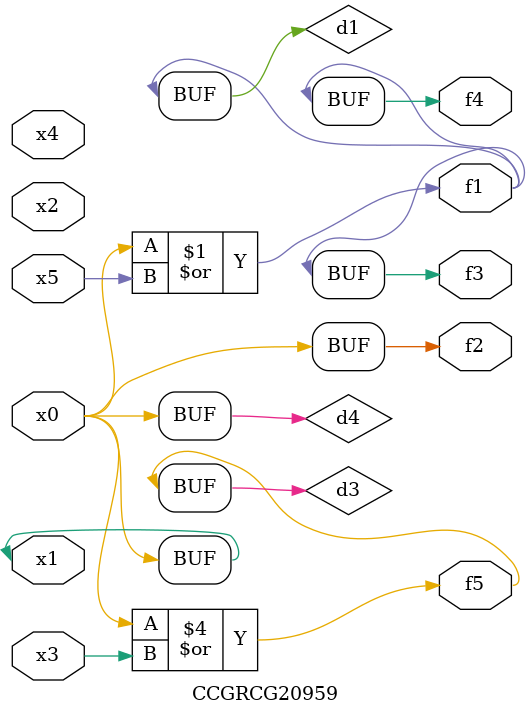
<source format=v>
module CCGRCG20959(
	input x0, x1, x2, x3, x4, x5,
	output f1, f2, f3, f4, f5
);

	wire d1, d2, d3, d4;

	or (d1, x0, x5);
	xnor (d2, x1, x4);
	or (d3, x0, x3);
	buf (d4, x0, x1);
	assign f1 = d1;
	assign f2 = d4;
	assign f3 = d1;
	assign f4 = d1;
	assign f5 = d3;
endmodule

</source>
